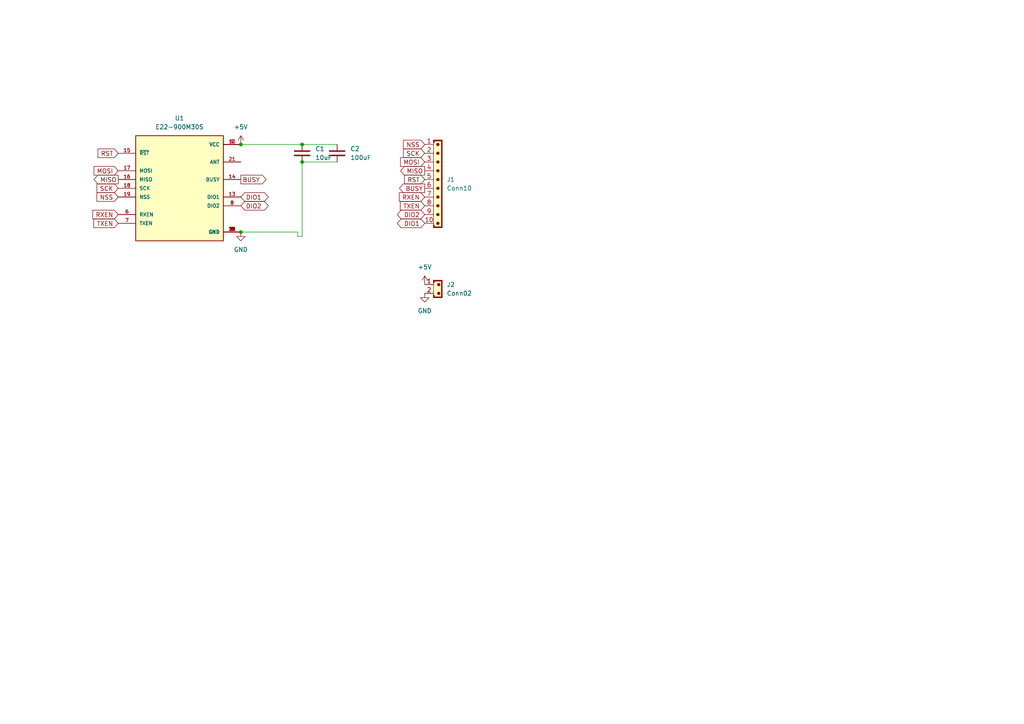
<source format=kicad_sch>
(kicad_sch (version 20231120) (generator "eeschema") (generator_version "8.0")
  (paper "A4")
  (lib_symbols
    (symbol "E22-900T30S:E22-900M30S" (pin_names (offset 1.016))
      (property "Reference" "U" (at -12.7 16.002 0))
      (property "Value" "E22-900M30S" (at -12.7 -17.78 0))
      (symbol "E22-900M30S_0_0"
        (rectangle (start -12.7 -15.24) (end 12.7 15.24) (stroke (width 0.254)) (fill (type background)))
        (pin power_in line (at 17.78 -12.7 180) (length 5.08) (name "GND") (number "1"))
        (pin power_in line (at 17.78 12.7 180) (length 5.08) (name "VCC") (number "10"))
        (pin power_in line (at 17.78 -12.7 180) (length 5.08) (name "GND") (number "11"))
        (pin power_in line (at 17.78 -12.7 180) (length 5.08) (name "GND") (number "12"))
        (pin bidirectional line (at 17.78 -2.54 180) (length 5.08) (name "DIO1") (number "13"))
        (pin output line (at 17.78 2.54 180) (length 5.08) (name "BUSY") (number "14"))
        (pin input line (at -17.78 10.16 0) (length 5.08) (name "~{RST}") (number "15"))
        (pin output line (at -17.78 2.54 0) (length 5.08) (name "MISO") (number "16"))
        (pin input line (at -17.78 5.08 0) (length 5.08) (name "MOSI") (number "17"))
        (pin input line (at -17.78 0 0) (length 5.08) (name "SCK") (number "18"))
        (pin input line (at -17.78 -2.54 0) (length 5.08) (name "NSS") (number "19"))
        (pin power_in line (at 17.78 -12.7 180) (length 5.08) (name "GND") (number "2"))
        (pin power_in line (at 17.78 -12.7 180) (length 5.08) (name "GND") (number "20"))
        (pin output line (at 17.78 7.62 180) (length 5.08) (name "ANT") (number "21"))
        (pin power_in line (at 17.78 -12.7 180) (length 5.08) (name "GND") (number "22"))
        (pin power_in line (at 17.78 -12.7 180) (length 5.08) (name "GND") (number "3"))
        (pin power_in line (at 17.78 -12.7 180) (length 5.08) (name "GND") (number "4"))
        (pin power_in line (at 17.78 -12.7 180) (length 5.08) (name "GND") (number "5"))
        (pin input line (at -17.78 -7.62 0) (length 5.08) (name "RXEN") (number "6"))
        (pin input line (at -17.78 -10.16 0) (length 5.08) (name "TXEN") (number "7"))
        (pin bidirectional line (at 17.78 -5.08 180) (length 5.08) (name "DIO2") (number "8"))
        (pin power_in line (at 17.78 12.7 180) (length 5.08) (name "VCC") (number "9"))
      )
    )
    (symbol "PCM_SL_Connectors:JST_02"
      (property "Reference" "J" (at 0 7.62 0))
      (property "Value" "JST_02" (at 0 5.08 0))
      (symbol "JST_02_0_1"
        (rectangle (start -1.27 2.54) (end 1.27 -2.54) (fill (type background)))
        (polyline (pts (xy -1.27 -1.778) (xy -1.27 -2.54) (xy 1.27 -2.54) (xy 1.27 -1.778) (xy 1.016 -1.778) (xy 1.016 -2.286) (xy -1.016 -2.286) (xy -1.016 -1.778) (xy -1.27 -1.778)) (fill (type outline)))
        (polyline (pts (xy 1.27 1.778) (xy 1.27 2.54) (xy -1.27 2.54) (xy -1.27 1.778) (xy -1.016 1.778) (xy -1.016 2.286) (xy 1.016 2.286) (xy 1.016 1.778) (xy 1.27 1.778)) (fill (type outline)))
        (circle (center 0.254 -1.27) (radius 0.381) (fill (type outline)))
        (circle (center 0.254 1.27) (radius 0.381) (fill (type outline)))
        (rectangle (start 1.016 1.778) (end 1.27 -1.778) (fill (type outline)))
      )
      (symbol "JST_02_1_1"
        (pin passive line (at -3.81 1.27 0) (length 2.54) (name "") (number "1"))
        (pin passive line (at -3.81 -1.27 0) (length 2.54) (name "") (number "2"))
      )
    )
    (symbol "PCM_SL_Connectors:JST_10"
      (property "Reference" "J" (at 0 18.034 0))
      (property "Value" "JST_10" (at 0 15.494 0))
      (symbol "JST_10_0_1"
        (rectangle (start -1.27 12.954) (end 1.27 -12.446) (fill (type background)))
        (circle (center 0 -11.176) (radius 0.381) (fill (type outline)))
        (circle (center 0 -8.636) (radius 0.381) (fill (type outline)))
        (circle (center 0 -6.096) (radius 0.381) (fill (type outline)))
        (circle (center 0 -3.556) (radius 0.381) (fill (type outline)))
        (circle (center 0 -1.016) (radius 0.381) (fill (type outline)))
        (polyline (pts (xy -1.27 -11.684) (xy -1.27 -12.446) (xy 1.27 -12.446) (xy 1.27 -11.684) (xy 1.016 -11.684) (xy 1.016 -12.192) (xy -1.016 -12.192) (xy -1.016 -11.684) (xy -1.27 -11.684)) (fill (type outline)))
        (polyline (pts (xy 1.27 12.192) (xy 1.27 12.954) (xy -1.27 12.954) (xy -1.27 12.192) (xy -1.016 12.192) (xy -1.016 12.7) (xy 1.016 12.7) (xy 1.016 12.192) (xy 1.27 12.192)) (fill (type outline)))
        (circle (center 0 1.524) (radius 0.381) (fill (type outline)))
        (circle (center 0 4.064) (radius 0.381) (fill (type outline)))
        (circle (center 0 6.604) (radius 0.381) (fill (type outline)))
        (circle (center 0 9.144) (radius 0.381) (fill (type outline)))
        (circle (center 0 11.684) (radius 0.381) (fill (type outline)))
        (rectangle (start 1.016 12.192) (end 1.27 -11.684) (fill (type outline)))
      )
      (symbol "JST_10_1_1"
        (pin passive line (at -3.81 11.684 0) (length 2.54) (name "") (number "1"))
        (pin passive line (at -3.81 -11.176 0) (length 2.54) (name "") (number "10"))
        (pin passive line (at -3.81 9.144 0) (length 2.54) (name "") (number "2"))
        (pin passive line (at -3.81 6.604 0) (length 2.54) (name "") (number "3"))
        (pin passive line (at -3.81 4.064 0) (length 2.54) (name "") (number "4"))
        (pin passive line (at -3.81 1.524 0) (length 2.54) (name "") (number "5"))
        (pin passive line (at -3.81 -1.016 0) (length 2.54) (name "") (number "6"))
        (pin passive line (at -3.81 -3.556 0) (length 2.54) (name "") (number "7"))
        (pin passive line (at -3.81 -6.096 0) (length 2.54) (name "") (number "8"))
        (pin passive line (at -3.81 -8.636 0) (length 2.54) (name "") (number "9"))
      )
    )
    (symbol "PCM_SL_Devices:Capacitor_NP"
      (property "Reference" "C" (at 0 6.35 0))
      (property "Value" "Capacitor_NP" (at 0 3.81 0))
      (symbol "Capacitor_NP_0_1"
        (rectangle (start -0.762 2.286) (end -0.508 -2.286) (fill (type outline)))
        (rectangle (start 0.508 2.286) (end 0.762 -2.286) (fill (type outline)))
      )
      (symbol "Capacitor_NP_1_1"
        (pin passive line (at -2.54 0 0) (length 2) (name "~") (number "1"))
        (pin input line (at 2.54 0 180) (length 2) (name "~") (number "2"))
      )
    )
    (symbol "power:+5V" (power) (pin_numbers hide) (pin_names (offset 0) hide)
      (property "Value" "+5V" (at 0 3.556 0))
      (symbol "+5V_0_1"
        (polyline (pts (xy -0.762 1.27) (xy 0 2.54)))
        (polyline (pts (xy 0 0) (xy 0 2.54)))
        (polyline (pts (xy 0 2.54) (xy 0.762 1.27)))
      )
      (symbol "+5V_1_1"
        (pin power_in line (at 0 0 90) (length 0) (name "~") (number "1"))
      )
    )
    (symbol "power:GND" (power) (pin_numbers hide) (pin_names (offset 0) hide)
      (property "Value" "GND" (at 0 -3.81 0))
      (symbol "GND_0_1"
        (polyline (pts (xy 0 0) (xy 0 -1.27) (xy 1.27 -1.27) (xy 0 -2.54) (xy -1.27 -1.27) (xy 0 -1.27)))
      )
      (symbol "GND_1_1"
        (pin power_in line (at 0 0 270) (length 0) (name "~") (number "1"))
      )
    )
  )
  (junction (at 87.63 46.99))
  (junction (at 87.63 41.91))
  (junction (at 69.85 67.31))
  (junction (at 69.85 41.91))
  (wire (pts (xy 86.36 67.31) (xy 69.85 67.31)))
  (wire (pts (xy 87.63 41.91) (xy 97.79 41.91)))
  (wire (pts (xy 87.63 46.99) (xy 97.79 46.99)))
  (wire (pts (xy 69.85 41.91) (xy 87.63 41.91)))
  (wire (pts (xy 87.63 68.58) (xy 86.36 68.58)))
  (wire (pts (xy 87.63 46.99) (xy 87.63 68.58)))
  (wire (pts (xy 86.36 68.58) (xy 86.36 67.31)))
  (global_label "TXEN" (shape input) (at 123.19 59.69 180) (property "Intersheetrefs" "${INTERSHEET_REFS}" (effects (hide yes))))
  (global_label "NSS" (shape input) (at 123.19 41.91 180) (property "Intersheetrefs" "${INTERSHEET_REFS}" (effects (hide yes))))
  (global_label "SCK" (shape input) (at 123.19 44.45 180) (property "Intersheetrefs" "${INTERSHEET_REFS}" (effects (hide yes))))
  (global_label "RXEN" (shape input) (at 123.19 57.15 180) (property "Intersheetrefs" "${INTERSHEET_REFS}" (effects (hide yes))))
  (global_label "RST" (shape input) (at 34.29 44.45 180) (property "Intersheetrefs" "${INTERSHEET_REFS}" (effects (hide yes))))
  (global_label "DIO2" (shape bidirectional) (at 123.19 62.23 180) (property "Intersheetrefs" "${INTERSHEET_REFS}" (effects (hide yes))))
  (global_label "MOSI" (shape input) (at 34.29 49.53 180) (property "Intersheetrefs" "${INTERSHEET_REFS}" (effects (hide yes))))
  (global_label "DIO1" (shape bidirectional) (at 69.85 57.15 0) (property "Intersheetrefs" "${INTERSHEET_REFS}" (effects (hide yes))))
  (global_label "MISO" (shape output) (at 34.29 52.07 180) (property "Intersheetrefs" "${INTERSHEET_REFS}" (effects (hide yes))))
  (global_label "MISO" (shape output) (at 123.19 49.53 180) (property "Intersheetrefs" "${INTERSHEET_REFS}" (effects (hide yes))))
  (global_label "NSS" (shape input) (at 34.29 57.15 180) (property "Intersheetrefs" "${INTERSHEET_REFS}" (effects (hide yes))))
  (global_label "DIO2" (shape bidirectional) (at 69.85 59.69 0) (property "Intersheetrefs" "${INTERSHEET_REFS}" (effects (hide yes))))
  (global_label "RST" (shape input) (at 123.19 52.07 180) (property "Intersheetrefs" "${INTERSHEET_REFS}" (effects (hide yes))))
  (global_label "BUSY" (shape output) (at 123.19 54.61 180) (property "Intersheetrefs" "${INTERSHEET_REFS}" (effects (hide yes))))
  (global_label "RXEN" (shape input) (at 34.29 62.23 180) (property "Intersheetrefs" "${INTERSHEET_REFS}" (effects (hide yes))))
  (global_label "SCK" (shape input) (at 34.29 54.61 180) (property "Intersheetrefs" "${INTERSHEET_REFS}" (effects (hide yes))))
  (global_label "BUSY" (shape output) (at 69.85 52.07 0) (property "Intersheetrefs" "${INTERSHEET_REFS}" (effects (hide yes))))
  (global_label "DIO1" (shape bidirectional) (at 123.19 64.77 180) (property "Intersheetrefs" "${INTERSHEET_REFS}" (effects (hide yes))))
  (global_label "MOSI" (shape input) (at 123.19 46.99 180) (property "Intersheetrefs" "${INTERSHEET_REFS}" (effects (hide yes))))
  (global_label "TXEN" (shape input) (at 34.29 64.77 180) (property "Intersheetrefs" "${INTERSHEET_REFS}" (effects (hide yes))))
  (symbol (lib_id "PCM_SL_Devices:Capacitor_NP") (at 97.79 44.45 270) (unit 1)
    (property "Reference" "C2" (at 101.6 43.1799 90) (effects (justify left)))
    (property "Value" "100uF" (at 101.6 45.7199 90) (effects (justify left)))
    (property "Footprint" "Capacitor_SMD:C_0805_2012Metric" (effects (hide yes)))
    (property "Description" "Unpolarized Capacitor" (effects (hide yes)))
  )
  (symbol (lib_id "power:GND") (at 123.19 85.09 0) (unit 1)
    (property "Reference" "#PWR03" (effects (hide yes)))
    (property "Value" "GND" (at 123.19 90.17 0))
    (property "Description" "Power symbol creates a global label with name \"GND\" , ground" (effects (hide yes)))
  )
  (symbol (lib_id "PCM_SL_Connectors:JST_10") (at 127 53.594 0) (unit 1)
    (property "Reference" "J1" (at 129.54 52.0699 0) (effects (justify left)))
    (property "Value" "Conn10" (at 129.54 54.6099 0) (effects (justify left)))
    (property "Footprint" "Connector_PinHeader_2.54mm:PinHeader_1x10_P2.54mm_Vertical" (effects (hide yes)))
    (property "Description" "JST Connector  10 pins" (effects (hide yes)))
  )
  (symbol (lib_id "power:+5V") (at 123.19 82.55 0) (unit 1)
    (property "Reference" "#PWR02" (effects (hide yes)))
    (property "Value" "+5V" (at 123.19 77.47 0))
    (property "Description" "Power symbol creates a global label with name \"+5V\"" (effects (hide yes)))
  )
  (symbol (lib_id "PCM_SL_Connectors:JST_02") (at 127 83.82 0) (unit 1)
    (property "Reference" "J2" (at 129.54 82.5499 0) (effects (justify left)))
    (property "Value" "Conn02" (at 129.54 85.0899 0) (effects (justify left)))
    (property "Footprint" "Connector_PinHeader_2.54mm:PinHeader_1x02_P2.54mm_Vertical" (effects (hide yes)))
    (property "Description" "JST Connector  2 pins" (effects (hide yes)))
  )
  (symbol (lib_id "E22-900T30S:E22-900M30S") (at 52.07 54.61 0) (unit 1)
    (property "Reference" "U1" (at 52.07 34.29 0))
    (property "Value" "E22-900M30S" (at 52.07 36.83 0))
    (property "Footprint" "XCVR_E22-900M30S" (effects (hide yes)))
    (property "PARTREV" "1.2" (effects (hide yes)))
    (property "MANUFACTURER" "EBYTE" (effects (hide yes)))
    (property "STANDARD" "Manufacturer Recommendations" (effects (hide yes)))
    (property "MAXIMUM_PACKAGE_HEIGHT" "3.97 mm" (effects (hide yes)))
  )
  (symbol (lib_id "power:+5V") (at 69.85 41.91 0) (unit 1)
    (property "Reference" "#PWR01" (effects (hide yes)))
    (property "Value" "+5V" (at 69.85 36.83 0))
    (property "Description" "Power symbol creates a global label with name \"+5V\"" (effects (hide yes)))
  )
  (symbol (lib_id "PCM_SL_Devices:Capacitor_NP") (at 87.63 44.45 270) (unit 1)
    (property "Reference" "C1" (at 91.44 43.1799 90) (effects (justify left)))
    (property "Value" "10uF" (at 91.44 45.7199 90) (effects (justify left)))
    (property "Footprint" "Capacitor_SMD:C_0805_2012Metric" (effects (hide yes)))
    (property "Description" "Unpolarized Capacitor" (effects (hide yes)))
  )
  (symbol (lib_id "power:GND") (at 69.85 67.31 0) (unit 1)
    (property "Reference" "#PWR04" (effects (hide yes)))
    (property "Value" "GND" (at 69.85 72.39 0))
    (property "Description" "Power symbol creates a global label with name \"GND\" , ground" (effects (hide yes)))
  )
)
</source>
